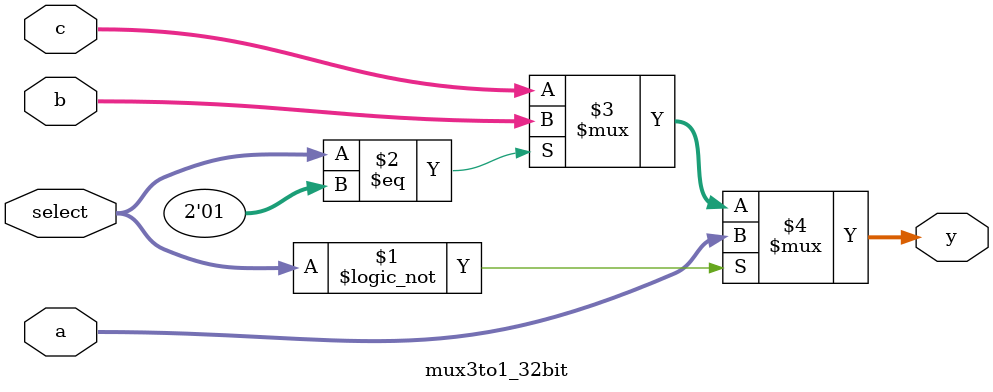
<source format=v>

module mux3to1_32bit (a, b, c, select, y);
    input [31:0] a, b, c;
    input [1:0] select;
    output [31:0] y;
    assign y = (select == 2'b00) ? a:(select == 2'b01) ? b:c;
endmodule

</source>
